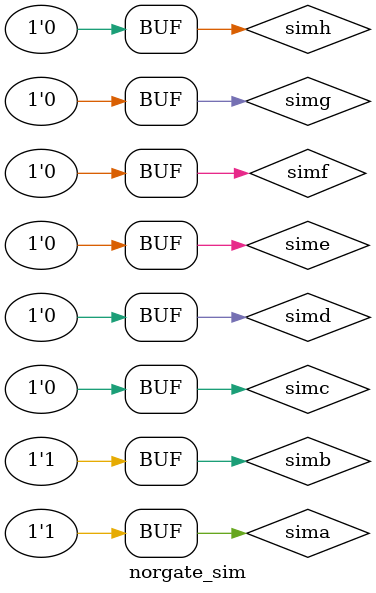
<source format=v>
`timescale 1ns / 1ps


module norgate_sim( );
    reg sima = 0, simb = 0, simc = 0, simd = 0,
     sime =0, simf = 0, simg = 0, simh = 0;
    wire simq;
    
    norgate #(8, 1) u(.a(sima), .b(simb), 
    .c(simc), .d(simd), .e(sime), .f(simf), 
    .g(simg), .h(simh), .q(simq));
    
    initial
    begin
    #100 simb = 1;
    #100 sima = 1; simb = 0;
    #100 simb = 1;
    end
endmodule

</source>
